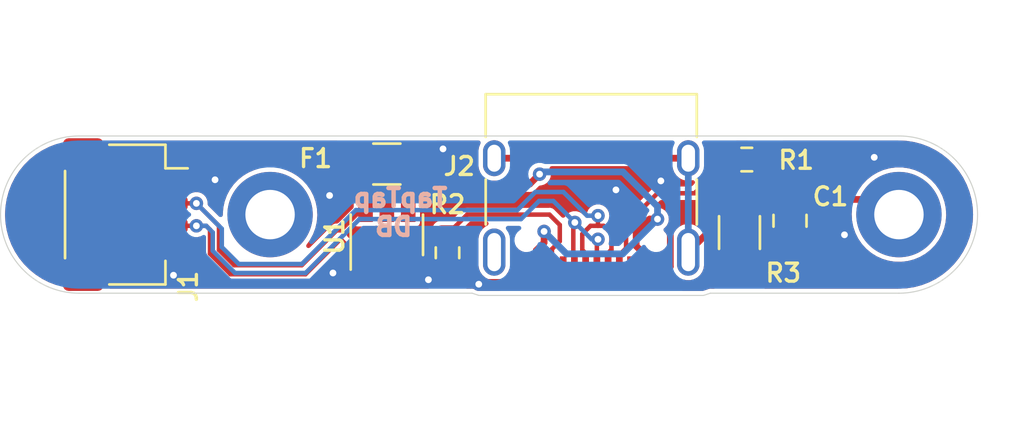
<source format=kicad_pcb>
(kicad_pcb (version 20211014) (generator pcbnew)
  (layers (0 "F.Cu" signal) (31 "B.Cu" signal) (34 "B.Paste" user) (35 "F.Paste" user) (36 "B.SilkS" user "B.Silkscreen") (37 "F.SilkS" user "F.Silkscreen") (38 "B.Mask" user) (39 "F.Mask" user) (44 "Edge.Cuts" user))
  (net 0 "")
  (net 1 "GND")
  (net 2 "SHIELD")
  (net 3 "VBUS")
  (net 4 "+5V")
  (net 5 "D-")
  (net 6 "D+")
  (net 7 "Net-(J2-PadA5)")
  (net 8 "Net-(J2-PadB5)")
  (footprint "Capacitor_SMD:C_0805_2012Metric" (layer "F.Cu") (at 35.15 3.775 -90)
    (fp_text reference "C1" (at -1.075 -1.8) (layer "F.SilkS") (effects (font (size 0.8 0.8))))
    (fp_text value "470n")
    (fp_line (start -0.261252 -0.735) (end 0.261252 -0.735) (layer "F.SilkS") (width 0.12))
    (fp_line (start -0.261252 0.735) (end 0.261252 0.735) (layer "F.SilkS") (width 0.12))
    (pad "1" smd roundrect locked (at -0.95 0 270) (size 1 1.45) (layers "F.Cu" "F.Paste" "F.Mask") (net 2 "SHIELD"))
    (pad "2" smd roundrect locked (at 0.95 0 270) (size 1 1.45) (layers "F.Cu" "F.Paste" "F.Mask") (net 1 "GND"))
  )
  (footprint "Fuse:Fuse_1206_3216Metric" (layer "F.Cu") (at 17.2 1.25)
    (fp_text reference "F1" (at -3.175 -0.25) (layer "F.SilkS") (effects (font (size 0.8 0.8))))
    (fp_text value "500mA")
    (fp_line (start -0.602064 -0.91) (end 0.602064 -0.91) (layer "F.SilkS") (width 0.12))
    (fp_line (start -0.602064 0.91) (end 0.602064 0.91) (layer "F.SilkS") (width 0.12))
    (pad "1" smd roundrect locked (at -1.4 0) (size 1.25 1.75) (layers "F.Cu" "F.Paste" "F.Mask") (roundrect_rratio 0.2) (net 4 "+5V"))
    (pad "2" smd roundrect locked (at 1.4 0) (size 1.25 1.75) (layers "F.Cu" "F.Paste" "F.Mask") (roundrect_rratio 0.2) (net 3 "VBUS"))
  )
  (footprint "MountingHole:MountingHole_2.2mm_M2_DIN965_Pad" (layer "F.Cu") (at 12 3.5)
    (fp_text reference "H1" hide)
    (fp_text value "MountingHole")
    (pad "1" thru_hole circle locked (at 0 0) (size 3.8 3.8) (drill 2.2) (layers *.Cu *.Mask))
  )
  (footprint "MountingHole:MountingHole_2.2mm_M2_DIN965_Pad" (layer "F.Cu") (at 40 3.5)
    (fp_text reference "H2" hide)
    (fp_text value "MountingHole_Pad")
    (pad "1" thru_hole circle locked (at 0 0) (size 3.8 3.8) (drill 2.2) (layers *.Cu *.Mask) (net 2 "SHIELD"))
  )
  (footprint "Connector_USB:USB_C_Receptacle_HRO_TYPE-C-31-M-12" (layer "F.Cu") (at 26.3 2.04 180)
    (fp_text reference "J2" (at 5.875 0.69 180) (layer "F.SilkS") (effects (font (size 0.8 0.8))))
    (fp_text value "USB_C_Receptacle_USB2.0")
    (fp_line (start -4.7 2) (end -4.7 3.9) (layer "F.SilkS") (width 0.12))
    (fp_line (start -4.7 -1.9) (end -4.7 0.1) (layer "F.SilkS") (width 0.12))
    (fp_line (start 4.7 -1.9) (end 4.7 0.1) (layer "F.SilkS") (width 0.12))
    (fp_line (start 4.7 2) (end 4.7 3.9) (layer "F.SilkS") (width 0.12))
    (fp_line (start -4.7 3.9) (end 4.7 3.9) (layer "F.SilkS") (width 0.12))
    (pad "" np_thru_hole circle locked (at 2.89 -2.6 180) (size 0.65 0.65) (drill 0.65) (layers *.Cu *.Mask))
    (pad "" np_thru_hole circle locked (at -2.89 -2.6 180) (size 0.65 0.65) (drill 0.65) (layers *.Cu *.Mask))
    (pad "A1" smd rect locked (at -3.25 -4.045 180) (size 0.6 1.45) (layers "F.Cu" "F.Paste" "F.Mask") (net 1 "GND"))
    (pad "A4" smd rect locked (at -2.45 -4.045 180) (size 0.6 1.45) (layers "F.Cu" "F.Paste" "F.Mask") (net 3 "VBUS"))
    (pad "A5" smd rect locked (at -1.25 -4.045 180) (size 0.3 1.45) (layers "F.Cu" "F.Paste" "F.Mask") (net 7 "Net-(J2-PadA5)"))
    (pad "A6" smd rect locked (at -0.25 -4.045 180) (size 0.3 1.45) (layers "F.Cu" "F.Paste" "F.Mask") (net 6 "D+"))
    (pad "A7" smd rect locked (at 0.25 -4.045 180) (size 0.3 1.45) (layers "F.Cu" "F.Paste" "F.Mask") (net 5 "D-"))
    (pad "A8" smd rect locked (at 1.25 -4.045 180) (size 0.3 1.45) (layers "F.Cu" "F.Paste" "F.Mask"))
    (pad "A9" smd rect locked (at 2.45 -4.045 180) (size 0.6 1.45) (layers "F.Cu" "F.Paste" "F.Mask") (net 3 "VBUS"))
    (pad "A12" smd rect locked (at 3.25 -4.045 180) (size 0.6 1.45) (layers "F.Cu" "F.Paste" "F.Mask") (net 1 "GND"))
    (pad "B1" smd rect locked (at 3.25 -4.045 180) (size 0.6 1.45) (layers "F.Cu" "F.Paste" "F.Mask") (net 1 "GND"))
    (pad "B4" smd rect locked (at 2.45 -4.045 180) (size 0.6 1.45) (layers "F.Cu" "F.Paste" "F.Mask") (net 3 "VBUS"))
    (pad "B5" smd rect locked (at 1.75 -4.045 180) (size 0.3 1.45) (layers "F.Cu" "F.Paste" "F.Mask") (net 8 "Net-(J2-PadB5)"))
    (pad "B6" smd rect locked (at 0.75 -4.045 180) (size 0.3 1.45) (layers "F.Cu" "F.Paste" "F.Mask") (net 6 "D+"))
    (pad "B7" smd rect locked (at -0.75 -4.045 180) (size 0.3 1.45) (layers "F.Cu" "F.Paste" "F.Mask") (net 5 "D-"))
    (pad "B8" smd rect locked (at -1.75 -4.045 180) (size 0.3 1.45) (layers "F.Cu" "F.Paste" "F.Mask"))
    (pad "B9" smd rect locked (at -2.45 -4.045 180) (size 0.6 1.45) (layers "F.Cu" "F.Paste" "F.Mask") (net 3 "VBUS"))
    (pad "B12" smd rect locked (at -3.25 -4.045 180) (size 0.6 1.45) (layers "F.Cu" "F.Paste" "F.Mask") (net 1 "GND"))
    (pad "S1" thru_hole oval locked (at -4.32 1.05 180) (size 1 1.6) (drill oval 0.6 1.2) (layers *.Cu *.Mask) (net 2 "SHIELD"))
    (pad "S1" thru_hole oval locked (at -4.32 -3.13 180) (size 1 2.1) (drill oval 0.6 1.7) (layers *.Cu *.Mask) (net 2 "SHIELD"))
    (pad "S1" thru_hole oval locked (at 4.32 1.05 180) (size 1 1.6) (drill oval 0.6 1.2) (layers *.Cu *.Mask) (net 2 "SHIELD"))
    (pad "S1" thru_hole oval locked (at 4.32 -3.13 180) (size 1 2.1) (drill oval 0.6 1.7) (layers *.Cu *.Mask) (net 2 "SHIELD"))
  )
  (footprint "Resistor_SMD:R_0603_1608Metric" (layer "F.Cu") (at 33.225 1.05 180)
    (fp_text reference "R1" (at -2.2 -0.025 180) (layer "F.SilkS") (effects (font (size 0.8 0.8))))
    (fp_text value "5.1K")
    (fp_line (start -0.237258 0.5225) (end 0.237258 0.5225) (layer "F.SilkS") (width 0.12))
    (fp_line (start -0.237258 -0.5225) (end 0.237258 -0.5225) (layer "F.SilkS") (width 0.12))
    (pad "1" smd roundrect locked (at -0.825 0 180) (size 0.8 0.95) (layers "F.Cu" "F.Paste" "F.Mask") (net 1 "GND"))
    (pad "2" smd roundrect locked (at 0.825 0 180) (size 0.8 0.95) (layers "F.Cu" "F.Paste" "F.Mask") (net 7 "Net-(J2-PadA5)"))
  )
  (footprint "Resistor_SMD:R_0603_1608Metric" (layer "F.Cu") (at 19.9 5.2 90)
    (fp_text reference "R2" (at 2.15 0 -180) (layer "F.SilkS") (effects (font (size 0.8 0.8))))
    (fp_text value "5.1K")
    (fp_line (start -0.237258 -0.5225) (end 0.237258 -0.5225) (layer "F.SilkS") (width 0.12))
    (fp_line (start -0.237258 0.5225) (end 0.237258 0.5225) (layer "F.SilkS") (width 0.12))
    (pad "1" smd roundrect locked (at -0.825 0 90) (size 0.8 0.95) (layers "F.Cu" "F.Paste" "F.Mask") (net 1 "GND"))
    (pad "2" smd roundrect locked (at 0.825 0 90) (size 0.8 0.95) (layers "F.Cu" "F.Paste" "F.Mask") (net 8 "Net-(J2-PadB5)"))
  )
  (footprint "Resistor_SMD:R_1206_3216Metric" (layer "F.Cu") (at 32.9 4.3 -90)
    (fp_text reference "R3" (at 1.8 -1.95) (layer "F.SilkS") (effects (font (size 0.8 0.8))))
    (fp_text value "1M")
    (fp_line (start -0.727064 0.91) (end 0.727064 0.91) (layer "F.SilkS") (width 0.12))
    (fp_line (start -0.727064 -0.91) (end 0.727064 -0.91) (layer "F.SilkS") (width 0.12))
    (pad "1" smd roundrect locked (at -1.4625 0 270) (size 1.125 1.75) (layers "F.Cu" "F.Paste" "F.Mask") (roundrect_rratio 0.2222222222) (net 2 "SHIELD"))
    (pad "2" smd roundrect locked (at 1.4625 0 270) (size 1.125 1.75) (layers "F.Cu" "F.Paste" "F.Mask") (roundrect_rratio 0.2222222222) (net 1 "GND"))
  )
  (footprint "Package_TO_SOT_SMD:SOT-23-6" (layer "F.Cu") (at 17.2 4.4 90)
    (fp_text reference "U1" (at -0.075 -2.325 90) (layer "F.SilkS") (effects (font (size 0.8 0.8))))
    (fp_text value "SRV05-4")
    (fp_line (start -0.9 1.61) (end 0.9 1.61) (layer "F.SilkS") (width 0.12))
    (fp_line (start 0.9 -1.61) (end -1.55 -1.61) (layer "F.SilkS") (width 0.12))
    (pad "1" smd rect locked (at -1.1 -0.95 90) (size 1.06 0.65) (layers "F.Cu" "F.Paste" "F.Mask") (net 6 "D+"))
    (pad "2" smd rect locked (at -1.1 0 90) (size 1.06 0.65) (layers "F.Cu" "F.Paste" "F.Mask") (net 1 "GND"))
    (pad "3" smd rect locked (at -1.1 0.95 90) (size 1.06 0.65) (layers "F.Cu" "F.Paste" "F.Mask"))
    (pad "4" smd rect locked (at 1.1 0.95 90) (size 1.06 0.65) (layers "F.Cu" "F.Paste" "F.Mask"))
    (pad "5" smd rect locked (at 1.1 0 90) (size 1.06 0.65) (layers "F.Cu" "F.Paste" "F.Mask") (net 4 "+5V"))
    (pad "6" smd rect locked (at 1.1 -0.95 90) (size 1.06 0.65) (layers "F.Cu" "F.Paste" "F.Mask") (net 5 "D-"))
  )
  (footprint "Connector_JST:JST_SH_SM04B-SRSS-TB_1x04-1MP_P1.00mm_Horizontal" (layer "F.Cu") (at 5.55625 3.5 -90)
    (fp_text reference "J1" (at 3.2 -2.8 90) (layer "F.SilkS") (effects (font (size 0.8 0.8))))
    (fp_text value "JST_SH_SM04B-SRSS-TB_1x04")
    (fp_line (start 3.11 0.715) (end 3.11 -1.785) (layer "F.SilkS") (width 0.12))
    (fp_line (start -2.06 -1.785) (end -2.06 -2.775) (layer "F.SilkS") (width 0.12))
    (fp_line (start -3.11 -1.785) (end -2.06 -1.785) (layer "F.SilkS") (width 0.12))
    (fp_line (start -1.94 2.685) (end 1.94 2.685) (layer "F.SilkS") (width 0.12))
    (fp_line (start -3.11 0.715) (end -3.11 -1.785) (layer "F.SilkS") (width 0.12))
    (fp_line (start 3.11 -1.785) (end 2.06 -1.785) (layer "F.SilkS") (width 0.12))
    (pad "1" smd roundrect locked (at -1.5 -2 270) (size 0.6 1.55) (layers "F.Cu" "F.Paste" "F.Mask") (net 4 "+5V"))
    (pad "2" smd roundrect locked (at -0.5 -2 270) (size 0.6 1.55) (layers "F.Cu" "F.Paste" "F.Mask") (net 5 "D-"))
    (pad "3" smd roundrect locked (at 0.5 -2 270) (size 0.6 1.55) (layers "F.Cu" "F.Paste" "F.Mask") (net 6 "D+"))
    (pad "4" smd roundrect locked (at 1.5 -2 270) (size 0.6 1.55) (layers "F.Cu" "F.Paste" "F.Mask") (net 1 "GND"))
    (pad "MP" smd roundrect locked (at 2.8 1.875 270) (size 1.2 1.8) (layers "F.Cu" "F.Paste" "F.Mask") (roundrect_rratio 0.2083333333))
    (pad "MP" smd roundrect locked (at -2.8 1.875 270) (size 1.2 1.8) (layers "F.Cu" "F.Paste" "F.Mask") (roundrect_rratio 0.2083333333))
  )
  (footprint "pcbart:tt_4mm" (layer "F.Cu") (at 3.9 3.6)
    (fp_text reference "Ref**" hide)
    (fp_text value "Val**" hide)
  )
  (gr_arc (start 40.000004 -0.000002) (mid 43.500003 3.500001) (end 40 7) (layer "Edge.Cuts") (width 0.05))
  (gr_line (start 3.5 0) (end 40 0) (layer "Edge.Cuts") (width 0.05))
  (gr_arc (start 3.5 7) (mid 0 3.5) (end 3.5 0) (layer "Edge.Cuts") (width 0.05))
  (gr_line (start 21 7) (end 3.5 7) (layer "Edge.Cuts") (width 0.05))
  (gr_line (start 21 7) (end 21.3 7.1) (layer "Edge.Cuts") (width 0.05))
  (gr_line (start 31.6 7) (end 40 7) (layer "Edge.Cuts") (width 0.05))
  (gr_line (start 21.3 7.1) (end 31.3 7.1) (layer "Edge.Cuts") (width 0.05))
  (gr_line (start 31.3 7.1) (end 31.6 7) (layer "Edge.Cuts") (width 0.05))
  (gr_text "TapTap \nDB" (at 17.5 3.4) (layer "B.SilkS") (effects (font (size 0.8 0.8) (thickness 0.2)) (justify mirror)))
  (segment (start 17.1495 6.4005) (end 15.1005 6.4005) (width 0.3) (layer "F.Cu") (net 1))
  (segment (start 14.304182 6.5) (end 14.251537 6.552645) (width 0.3) (layer "F.Cu") (net 1))
  (segment (start 19.4255 6.025) (end 19.9 6.025) (width 0.3) (layer "F.Cu") (net 1))
  (segment (start 15.1005 6.4005) (end 14.8 6.1) (width 0.3) (layer "F.Cu") (net 1))
  (segment (start 30.14 6.675) (end 30.7 6.675) (width 0.3) (layer "F.Cu") (net 1))
  (segment (start 17.2 6.35) (end 17.1495 6.4005) (width 0.3) (layer "F.Cu") (net 1))
  (segment (start 23.05 6.135) (end 22.66548 6.51952) (width 0.3) (layer "F.Cu") (net 1))
  (segment (start 29.55 6.085) (end 29.82048 5.81452) (width 0.3) (layer "F.Cu") (net 1))
  (segment (start 21.41952 6.51952) (end 21.36952 6.56952) (width 0.3) (layer "F.Cu") (net 1))
  (segment (start 32.8875 6) (end 32.95 6.0625) (width 0.3) (layer "F.Cu") (net 1))
  (segment (start 29.82048 5.81452) (end 29.82048 4.40452) (width 0.3) (layer "F.Cu") (net 1))
  (segment (start 9.948462 6.552645) (end 9.895817 6.5) (width 0.3) (layer "F.Cu") (net 1))
  (segment (start 22.66548 6.51952) (end 21.41952 6.51952) (width 0.3) (layer "F.Cu") (net 1))
  (segment (start 14.251537 6.552645) (end 9.948462 6.552645) (width 0.3) (layer "F.Cu") (net 1))
  (segment (start 19.05 6.4005) (end 19.4255 6.025) (width 0.3) (layer "F.Cu") (net 1))
  (segment (start 19.05 6.4005) (end 17.1495 6.4005) (width 0.3) (layer "F.Cu") (net 1))
  (segment (start 17.2 5.7) (end 17.2 6.35) (width 0.3) (layer "F.Cu") (net 1))
  (segment (start 29.55 6.085) (end 30.14 6.675) (width 0.3) (layer "F.Cu") (net 1))
  (via (at 19.7 0.575) (size 0.6) (drill 0.3) (layers "F.Cu" "B.Cu") (net 1))
  (via (at 37.575 4.4) (size 0.6) (drill 0.3) (layers "F.Cu" "B.Cu") (net 1))
  (via (at 9.55 1.95) (size 0.6) (drill 0.3) (layers "F.Cu" "B.Cu") (net 1))
  (via (at 14.8 6.1) (size 0.6) (drill 0.3) (layers "F.Cu" "B.Cu") (net 1))
  (via (at 27.4 2.4) (size 0.6) (drill 0.3) (layers "F.Cu" "B.Cu") (net 1))
  (via (at 38.9 0.95) (size 0.6) (drill 0.3) (layers "F.Cu" "B.Cu") (net 1))
  (via (at 14.65 2.65) (size 0.6) (drill 0.3) (layers "F.Cu" "B.Cu") (net 1))
  (via (at 29.4 2) (size 0.6) (drill 0.3) (layers "F.Cu" "B.Cu") (net 1))
  (via (at 21.291635 6.6) (size 0.6) (drill 0.3) (layers "F.Cu" "B.Cu") (net 1))
  (via (at 7.7 6.2) (size 0.6) (drill 0.3) (layers "F.Cu" "B.Cu") (net 1))
  (via (at 19.05 6.4005) (size 0.6) (drill 0.3) (layers "F.Cu" "B.Cu") (net 1))
  (segment (start 30.298598 6.6) (end 31.25 6.6) (width 0.3) (layer "B.Cu") (net 1))
  (segment (start 14.308365 6.5) (end 9.9 6.5) (width 0.3) (layer "B.Cu") (net 1))
  (segment (start 22.708365 6.6) (end 21.291635 6.6) (width 0.3) (layer "B.Cu") (net 1))
  (segment (start 39.325 2.825) (end 33.456427 2.825) (width 0.3) (layer "F.Cu") (net 2))
  (segment (start 30.62 5.17) (end 32.9 2.89) (width 0.3) (layer "F.Cu") (net 2))
  (segment (start 33.456427 2.825) (end 33.443927 2.8375) (width 0.3) (layer "F.Cu") (net 2))
  (segment (start 33.443927 2.8375) (end 32.9 2.8375) (width 0.3) (layer "F.Cu") (net 2))
  (segment (start 30.62 0.99) (end 21.98 0.99) (width 0.3) (layer "F.Cu") (net 2))
  (segment (start 32.9 2.89) (end 32.9 2.8375) (width 0.3) (layer "F.Cu") (net 2))
  (segment (start 40 3.5) (end 39.325 2.825) (width 0.3) (layer "F.Cu") (net 2))
  (segment (start 32.8625 2.9875) (end 32.6175 2.9875) (width 0.3) (layer "F.Cu") (net 2))
  (segment (start 30.62 5.17) (end 30.62 0.99) (width 0.3) (layer "B.Cu") (net 2))
  (segment (start 24 1.7) (end 23.56048 2.13952) (width 0.3) (layer "F.Cu") (net 3))
  (segment (start 28.75 5.35) (end 28.75 6.135) (width 0.3) (layer "F.Cu") (net 3))
  (segment (start 24.2 4.75) (end 23.85 5.1) (width 0.3) (layer "F.Cu") (net 3))
  (segment (start 29.25 3.7) (end 28.9 3.7) (width 0.3) (layer "F.Cu") (net 3))
  (segment (start 23.85 5.1) (end 23.85 6.135) (width 0.3) (layer "F.Cu") (net 3))
  (segment (start 19.48952 2.13952) (end 18.6 1.25) (width 0.3) (layer "F.Cu") (net 3))
  (segment (start 28.30002 4.29998) (end 28.30002 4.90002) (width 0.3) (layer "F.Cu") (net 3))
  (segment (start 23.56048 2.13952) (end 19.48952 2.13952) (width 0.3) (layer "F.Cu") (net 3))
  (segment (start 24.2 4.25) (end 24.2 4.75) (width 0.3) (layer "F.Cu") (net 3))
  (segment (start 28.30002 4.90002) (end 28.75 5.35) (width 0.3) (layer "F.Cu") (net 3))
  (segment (start 28.9 3.7) (end 28.30002 4.29998) (width 0.3) (layer "F.Cu") (net 3))
  (via (at 24.2 4.25) (size 0.6) (drill 0.3) (layers "F.Cu" "B.Cu") (net 3))
  (via (at 24 1.7) (size 0.6) (drill 0.3) (layers "F.Cu" "B.Cu") (net 3))
  (via (at 29.25 3.7) (size 0.6) (drill 0.3) (layers "F.Cu" "B.Cu") (net 3))
  (segment (start 27.709969 1.6) (end 29.25 3.140031) (width 0.3) (layer "B.Cu") (net 3))
  (segment (start 29.25 3.140031) (end 29.25 3.7) (width 0.3) (layer "B.Cu") (net 3))
  (segment (start 29.25 3.7) (end 27.700489 5.249511) (width 0.3) (layer "B.Cu") (net 3))
  (segment (start 25.199511 5.249511) (end 24.2 4.25) (width 0.3) (layer "B.Cu") (net 3))
  (segment (start 24.1 1.6) (end 27.709969 1.6) (width 0.3) (layer "B.Cu") (net 3))
  (segment (start 24 1.7) (end 24.1 1.6) (width 0.3) (layer "B.Cu") (net 3))
  (segment (start 27.700489 5.249511) (end 25.199511 5.249511) (width 0.3) (layer "B.Cu") (net 3))
  (segment (start 17.2 2.65) (end 15.8 1.25) (width 0.3) (layer "F.Cu") (net 4))
  (segment (start 7.55625 2) (end 8.60625 0.95) (width 0.3) (layer "F.Cu") (net 4))
  (segment (start 8.60625 0.95) (end 15.5 0.95) (width 0.3) (layer "F.Cu") (net 4))
  (segment (start 17.2 3.3) (end 17.2 2.65) (width 0.3) (layer "F.Cu") (net 4))
  (segment (start 9.725 5.076531) (end 10.401594 5.753125) (width 0.2) (layer "F.Cu") (net 5))
  (segment (start 15.145 4.2) (end 16.045 3.3) (width 0.2) (layer "F.Cu") (net 5))
  (segment (start 14.964031 4.2) (end 15.145 4.2) (width 0.2) (layer "F.Cu") (net 5))
  (segment (start 9.725 4.005822) (end 9.725 5.076531) (width 0.2) (layer "F.Cu") (net 5))
  (segment (start 27.05 6.183519) (end 27.05 5.209497) (width 0.2) (layer "F.Cu") (net 5))
  (segment (start 27.199511 4.351673) (end 26.848327 4.000489) (width 0.2) (layer "F.Cu") (net 5))
  (segment (start 25.900489 5.074986) (end 25.900489 4.366673) (width 0.2) (layer "F.Cu") (net 5))
  (segment (start 26.266673 4.000489) (end 25.900489 4.366673) (width 0.2) (layer "F.Cu") (net 5))
  (segment (start 26.59803 4.000489) (end 26.266673 4.000489) (width 0.2) (layer "F.Cu") (net 5))
  (segment (start 26.848327 4.000489) (end 26.59803 4.000489) (width 0.2) (layer "F.Cu") (net 5))
  (segment (start 13.410906 5.753125) (end 14.964031 4.2) (width 0.2) (layer "F.Cu") (net 5))
  (segment (start 26.05 5.224497) (end 25.900489 5.074986) (width 0.2) (layer "F.Cu") (net 5))
  (segment (start 10.401594 5.753125) (end 13.410906 5.753125) (width 0.2) (layer "F.Cu") (net 5))
  (segment (start 26.05 6.198519) (end 26.05 5.224497) (width 0.2) (layer "F.Cu") (net 5))
  (segment (start 8.719178 3) (end 9.725 4.005822) (width 0.2) (layer "F.Cu") (net 5))
  (segment (start 7.55625 3) (end 8.719178 3) (width 0.2) (layer "F.Cu") (net 5))
  (segment (start 27.05 5.209497) (end 27.199511 5.059986) (width 0.2) (layer "F.Cu") (net 5))
  (segment (start 27.199511 5.059986) (end 27.199511 4.351673) (width 0.2) (layer "F.Cu") (net 5))
  (segment (start 26.59803 3.550489) (end 26.6 3.548519) (width 0.2) (layer "F.Cu") (net 5))
  (segment (start 26.59803 4.000489) (end 26.59803 3.550489) (width 0.2) (layer "F.Cu") (net 5))
  (via (at 26.6 3.548519) (size 0.6) (drill 0.3) (layers "F.Cu" "B.Cu") (net 5))
  (via (at 8.719178 3) (size 0.6) (drill 0.3) (layers "F.Cu" "B.Cu") (net 5))
  (segment (start 9.85 4.130822) (end 9.85 4.946313) (width 0.2) (layer "B.Cu") (net 5))
  (segment (start 13.417156 5.7) (end 15.817156 3.3) (width 0.2) (layer "B.Cu") (net 5))
  (segment (start 9.85 4.946313) (end 10.603687 5.7) (width 0.2) (layer "B.Cu") (net 5))
  (segment (start 26.114205 3.548519) (end 26.6 3.548519) (width 0.2) (layer "B.Cu") (net 5))
  (segment (start 8.719178 3) (end 9.85 4.130822) (width 0.2) (layer "B.Cu") (net 5))
  (segment (start 23.812688 2.495093) (end 25.060779 2.495093) (width 0.2) (layer "B.Cu") (net 5))
  (segment (start 23.007781 3.3) (end 23.812688 2.495093) (width 0.2) (layer "B.Cu") (net 5))
  (segment (start 15.817156 3.3) (end 23.007781 3.3) (width 0.2) (layer "B.Cu") (net 5))
  (segment (start 10.603687 5.7) (end 13.417156 5.7) (width 0.2) (layer "B.Cu") (net 5))
  (segment (start 25.060779 2.495093) (end 26.114205 3.548519) (width 0.2) (layer "B.Cu") (net 5))
  (segment (start 10.235906 6.153125) (end 13.576594 6.153125) (width 0.2) (layer "F.Cu") (net 6))
  (segment (start 25.55 5.35) (end 25.55 6.085) (width 0.2) (layer "F.Cu") (net 6))
  (segment (start 13.576594 6.153125) (end 15.129719 4.6) (width 0.2) (layer "F.Cu") (net 6))
  (segment (start 15.129719 4.6) (end 15.145 4.6) (width 0.2) (layer "F.Cu") (net 6))
  (segment (start 26.6 4.6) (end 26.55 4.65) (width 0.2) (layer "F.Cu") (net 6))
  (segment (start 7.55625 4) (end 8.719178 4) (width 0.2) (layer "F.Cu") (net 6))
  (segment (start 9.325 4.171508) (end 9.325 5.242219) (width 0.2) (layer "F.Cu") (net 6))
  (segment (start 26.55 4.65) (end 26.55 6.183519) (width 0.2) (layer "F.Cu") (net 6))
  (segment (start 8.719178 4) (end 9.153492 4) (width 0.2) (layer "F.Cu") (net 6))
  (segment (start 25.568602 3.850738) (end 25.500969 3.918371) (width 0.2) (layer "F.Cu") (net 6))
  (segment (start 9.153492 4) (end 9.325 4.171508) (width 0.2) (layer "F.Cu") (net 6))
  (segment (start 25.500969 3.918371) (end 25.500969 5.300969) (width 0.2) (layer "F.Cu") (net 6))
  (segment (start 9.325 5.242219) (end 10.235906 6.153125) (width 0.2) (layer "F.Cu") (net 6))
  (segment (start 25.500969 5.300969) (end 25.55 5.35) (width 0.2) (layer "F.Cu") (net 6))
  (segment (start 15.145 4.6) (end 16.045 5.5) (width 0.2) (layer "F.Cu") (net 6))
  (via (at 26.6 4.6) (size 0.6) (drill 0.3) (layers "F.Cu" "B.Cu") (net 6))
  (via (at 25.568602 3.850738) (size 0.6) (drill 0.3) (layers "F.Cu" "B.Cu") (net 6))
  (via (at 8.719178 4) (size 0.6) (drill 0.3) (layers "F.Cu" "B.Cu") (net 6))
  (segment (start 9.45 4.296508) (end 9.45 5.112001) (width 0.2) (layer "B.Cu") (net 6))
  (segment (start 24.612957 2.895093) (end 26.317864 4.6) (width 0.2) (layer "B.Cu") (net 6))
  (segment (start 10.437519 6.09952) (end 13.583324 6.09952) (width 0.2) (layer "B.Cu") (net 6))
  (segment (start 23.173469 3.7) (end 23.978376 2.895093) (width 0.2) (layer "B.Cu") (net 6))
  (segment (start 9.153492 4) (end 9.45 4.296508) (width 0.2) (layer "B.Cu") (net 6))
  (segment (start 15.982844 3.7) (end 23.173469 3.7) (width 0.2) (layer "B.Cu") (net 6))
  (segment (start 23.978376 2.895093) (end 24.612957 2.895093) (width 0.2) (layer "B.Cu") (net 6))
  (segment (start 26.317864 4.6) (end 26.6 4.6) (width 0.2) (layer "B.Cu") (net 6))
  (segment (start 13.583324 6.09952) (end 15.982844 3.7) (width 0.2) (layer "B.Cu") (net 6))
  (segment (start 8.719178 4) (end 9.153492 4) (width 0.2) (layer "B.Cu") (net 6))
  (segment (start 9.45 5.112001) (end 10.437519 6.09952) (width 0.2) (layer "B.Cu") (net 6))
  (segment (start 29.250489 2.549511) (end 30.900489 2.549511) (width 0.2) (layer "F.Cu") (net 7))
  (segment (start 27.8505 3.95315) (end 28.131706 3.671944) (width 0.2) (layer "F.Cu") (net 7))
  (segment (start 30.900489 2.549511) (end 32.4 1.05) (width 0.2) (layer "F.Cu") (net 7))
  (segment (start 28.131706 3.671944) (end 28.131706 3.668294) (width 0.2) (layer "F.Cu") (net 7))
  (segment (start 27.55 5.3) (end 27.8505 4.9995) (width 0.2) (layer "F.Cu") (net 7))
  (segment (start 28.131706 3.668294) (end 29.250489 2.549511) (width 0.2) (layer "F.Cu") (net 7))
  (segment (start 27.55 6.135) (end 27.55 5.3) (width 0.2) (layer "F.Cu") (net 7))
  (segment (start 27.8505 4.9995) (end 27.8505 3.95315) (width 0.2) (layer "F.Cu") (net 7))
  (segment (start 24.55 5.035718) (end 24.899511 4.686207) (width 0.2) (layer "F.Cu") (net 8))
  (segment (start 20.774522 3.500478) (end 19.9 4.375) (width 0.2) (layer "F.Cu") (net 8))
  (segment (start 24.55 6.135) (end 24.55 5.035718) (width 0.2) (layer "F.Cu") (net 8))
  (segment (start 24.439737 3.500478) (end 20.774522 3.500478) (width 0.2) (layer "F.Cu") (net 8))
  (segment (start 24.899511 4.686207) (end 24.899511 3.960252) (width 0.2) (layer "F.Cu") (net 8))
  (segment (start 24.899511 3.960252) (end 24.439737 3.500478) (width 0.2) (layer "F.Cu") (net 8))
  (zone (net 1) (net_name "GND") (layers F&B.Cu) (connect_pads (clearance 0.2)) (min_thickness 0.2) (fill yes (thermal_gap 0.45) (thermal_bridge_width 0.45))
    (polygon (pts (xy 44 8) (xy 0 8) (xy 0 0) (xy 44 0)))
  )
)
</source>
